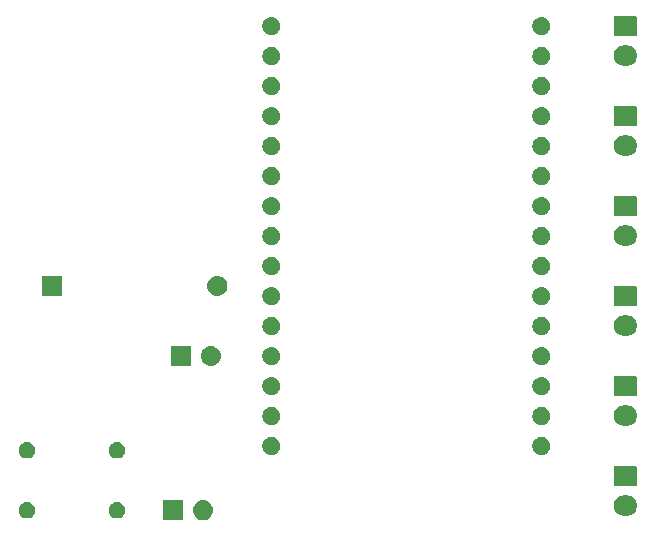
<source format=gbs>
G04 #@! TF.GenerationSoftware,KiCad,Pcbnew,5.0.2-bee76a0~70~ubuntu16.04.1*
G04 #@! TF.CreationDate,2020-01-11T18:35:07+00:00*
G04 #@! TF.ProjectId,transmitter,7472616e-736d-4697-9474-65722e6b6963,2.0.0*
G04 #@! TF.SameCoordinates,Original*
G04 #@! TF.FileFunction,Soldermask,Bot*
G04 #@! TF.FilePolarity,Negative*
%FSLAX46Y46*%
G04 Gerber Fmt 4.6, Leading zero omitted, Abs format (unit mm)*
G04 Created by KiCad (PCBNEW 5.0.2-bee76a0~70~ubuntu16.04.1) date Sat 11 Jan 2020 18:35:07 GMT*
%MOMM*%
%LPD*%
G01*
G04 APERTURE LIST*
%ADD10C,0.500000*%
G04 APERTURE END LIST*
D10*
G36*
X131576630Y-108107299D02*
X131736855Y-108155903D01*
X131884520Y-108234831D01*
X132013949Y-108341051D01*
X132120169Y-108470480D01*
X132199097Y-108618145D01*
X132247701Y-108778370D01*
X132264112Y-108945000D01*
X132247701Y-109111630D01*
X132199097Y-109271855D01*
X132120169Y-109419520D01*
X132013949Y-109548949D01*
X131884520Y-109655169D01*
X131736855Y-109734097D01*
X131576630Y-109782701D01*
X131451752Y-109795000D01*
X131368248Y-109795000D01*
X131243370Y-109782701D01*
X131083145Y-109734097D01*
X130935480Y-109655169D01*
X130806051Y-109548949D01*
X130699831Y-109419520D01*
X130620903Y-109271855D01*
X130572299Y-109111630D01*
X130555888Y-108945000D01*
X130572299Y-108778370D01*
X130620903Y-108618145D01*
X130699831Y-108470480D01*
X130806051Y-108341051D01*
X130935480Y-108234831D01*
X131083145Y-108155903D01*
X131243370Y-108107299D01*
X131368248Y-108095000D01*
X131451752Y-108095000D01*
X131576630Y-108107299D01*
X131576630Y-108107299D01*
G37*
G36*
X129720000Y-109795000D02*
X128020000Y-109795000D01*
X128020000Y-108095000D01*
X129720000Y-108095000D01*
X129720000Y-109795000D01*
X129720000Y-109795000D01*
G37*
G36*
X116703745Y-108273342D02*
X116830863Y-108325996D01*
X116945271Y-108402441D01*
X117042559Y-108499729D01*
X117119004Y-108614137D01*
X117171658Y-108741255D01*
X117198500Y-108876202D01*
X117198500Y-109013798D01*
X117171658Y-109148745D01*
X117119004Y-109275863D01*
X117042559Y-109390271D01*
X116945271Y-109487559D01*
X116830863Y-109564004D01*
X116703745Y-109616658D01*
X116568798Y-109643500D01*
X116431202Y-109643500D01*
X116296255Y-109616658D01*
X116169137Y-109564004D01*
X116054729Y-109487559D01*
X115957441Y-109390271D01*
X115880996Y-109275863D01*
X115828342Y-109148745D01*
X115801500Y-109013798D01*
X115801500Y-108876202D01*
X115828342Y-108741255D01*
X115880996Y-108614137D01*
X115957441Y-108499729D01*
X116054729Y-108402441D01*
X116169137Y-108325996D01*
X116296255Y-108273342D01*
X116431202Y-108246500D01*
X116568798Y-108246500D01*
X116703745Y-108273342D01*
X116703745Y-108273342D01*
G37*
G36*
X124323745Y-108273342D02*
X124450863Y-108325996D01*
X124565271Y-108402441D01*
X124662559Y-108499729D01*
X124739004Y-108614137D01*
X124791658Y-108741255D01*
X124818500Y-108876202D01*
X124818500Y-109013798D01*
X124791658Y-109148745D01*
X124739004Y-109275863D01*
X124662559Y-109390271D01*
X124565271Y-109487559D01*
X124450863Y-109564004D01*
X124323745Y-109616658D01*
X124188798Y-109643500D01*
X124051202Y-109643500D01*
X123916255Y-109616658D01*
X123789137Y-109564004D01*
X123674729Y-109487559D01*
X123577441Y-109390271D01*
X123500996Y-109275863D01*
X123448342Y-109148745D01*
X123421500Y-109013798D01*
X123421500Y-108876202D01*
X123448342Y-108741255D01*
X123500996Y-108614137D01*
X123577441Y-108499729D01*
X123674729Y-108402441D01*
X123789137Y-108325996D01*
X123916255Y-108273342D01*
X124051202Y-108246500D01*
X124188798Y-108246500D01*
X124323745Y-108273342D01*
X124323745Y-108273342D01*
G37*
G36*
X167496630Y-107707299D02*
X167656855Y-107755903D01*
X167804520Y-107834831D01*
X167933949Y-107941051D01*
X168040169Y-108070480D01*
X168119097Y-108218145D01*
X168167701Y-108378370D01*
X168184112Y-108545000D01*
X168167701Y-108711630D01*
X168119097Y-108871855D01*
X168040169Y-109019520D01*
X167933949Y-109148949D01*
X167804520Y-109255169D01*
X167656855Y-109334097D01*
X167496630Y-109382701D01*
X167371752Y-109395000D01*
X166988248Y-109395000D01*
X166863370Y-109382701D01*
X166703145Y-109334097D01*
X166555480Y-109255169D01*
X166426051Y-109148949D01*
X166319831Y-109019520D01*
X166240903Y-108871855D01*
X166192299Y-108711630D01*
X166175888Y-108545000D01*
X166192299Y-108378370D01*
X166240903Y-108218145D01*
X166319831Y-108070480D01*
X166426051Y-107941051D01*
X166555480Y-107834831D01*
X166703145Y-107755903D01*
X166863370Y-107707299D01*
X166988248Y-107695000D01*
X167371752Y-107695000D01*
X167496630Y-107707299D01*
X167496630Y-107707299D01*
G37*
G36*
X168049675Y-105198701D02*
X168079907Y-105207872D01*
X168107769Y-105222765D01*
X168132192Y-105242808D01*
X168152235Y-105267231D01*
X168167128Y-105295093D01*
X168176299Y-105325325D01*
X168180000Y-105362905D01*
X168180000Y-106727095D01*
X168176299Y-106764675D01*
X168167128Y-106794907D01*
X168152235Y-106822769D01*
X168132192Y-106847192D01*
X168107769Y-106867235D01*
X168079907Y-106882128D01*
X168049675Y-106891299D01*
X168012095Y-106895000D01*
X166347905Y-106895000D01*
X166310325Y-106891299D01*
X166280093Y-106882128D01*
X166252231Y-106867235D01*
X166227808Y-106847192D01*
X166207765Y-106822769D01*
X166192872Y-106794907D01*
X166183701Y-106764675D01*
X166180000Y-106727095D01*
X166180000Y-105362905D01*
X166183701Y-105325325D01*
X166192872Y-105295093D01*
X166207765Y-105267231D01*
X166227808Y-105242808D01*
X166252231Y-105222765D01*
X166280093Y-105207872D01*
X166310325Y-105198701D01*
X166347905Y-105195000D01*
X168012095Y-105195000D01*
X168049675Y-105198701D01*
X168049675Y-105198701D01*
G37*
G36*
X116703745Y-103193342D02*
X116830863Y-103245996D01*
X116945271Y-103322441D01*
X117042559Y-103419729D01*
X117119004Y-103534137D01*
X117171658Y-103661255D01*
X117198500Y-103796202D01*
X117198500Y-103933798D01*
X117171658Y-104068745D01*
X117119004Y-104195863D01*
X117042559Y-104310271D01*
X116945271Y-104407559D01*
X116830863Y-104484004D01*
X116703745Y-104536658D01*
X116568798Y-104563500D01*
X116431202Y-104563500D01*
X116296255Y-104536658D01*
X116169137Y-104484004D01*
X116054729Y-104407559D01*
X115957441Y-104310271D01*
X115880996Y-104195863D01*
X115828342Y-104068745D01*
X115801500Y-103933798D01*
X115801500Y-103796202D01*
X115828342Y-103661255D01*
X115880996Y-103534137D01*
X115957441Y-103419729D01*
X116054729Y-103322441D01*
X116169137Y-103245996D01*
X116296255Y-103193342D01*
X116431202Y-103166500D01*
X116568798Y-103166500D01*
X116703745Y-103193342D01*
X116703745Y-103193342D01*
G37*
G36*
X124323745Y-103193342D02*
X124450863Y-103245996D01*
X124565271Y-103322441D01*
X124662559Y-103419729D01*
X124739004Y-103534137D01*
X124791658Y-103661255D01*
X124818500Y-103796202D01*
X124818500Y-103933798D01*
X124791658Y-104068745D01*
X124739004Y-104195863D01*
X124662559Y-104310271D01*
X124565271Y-104407559D01*
X124450863Y-104484004D01*
X124323745Y-104536658D01*
X124188798Y-104563500D01*
X124051202Y-104563500D01*
X123916255Y-104536658D01*
X123789137Y-104484004D01*
X123674729Y-104407559D01*
X123577441Y-104310271D01*
X123500996Y-104195863D01*
X123448342Y-104068745D01*
X123421500Y-103933798D01*
X123421500Y-103796202D01*
X123448342Y-103661255D01*
X123500996Y-103534137D01*
X123577441Y-103419729D01*
X123674729Y-103322441D01*
X123789137Y-103245996D01*
X123916255Y-103193342D01*
X124051202Y-103166500D01*
X124188798Y-103166500D01*
X124323745Y-103193342D01*
X124323745Y-103193342D01*
G37*
G36*
X137373195Y-102762522D02*
X137422267Y-102772283D01*
X137560942Y-102829724D01*
X137685750Y-102913118D01*
X137791882Y-103019250D01*
X137875276Y-103144058D01*
X137932717Y-103282734D01*
X137962000Y-103429948D01*
X137962000Y-103580052D01*
X137932717Y-103727266D01*
X137875276Y-103865942D01*
X137791882Y-103990750D01*
X137685750Y-104096882D01*
X137685747Y-104096884D01*
X137560942Y-104180276D01*
X137422267Y-104237717D01*
X137373195Y-104247478D01*
X137275052Y-104267000D01*
X137124948Y-104267000D01*
X137026805Y-104247478D01*
X136977733Y-104237717D01*
X136839058Y-104180276D01*
X136714253Y-104096884D01*
X136714250Y-104096882D01*
X136608118Y-103990750D01*
X136524724Y-103865942D01*
X136467283Y-103727266D01*
X136438000Y-103580052D01*
X136438000Y-103429948D01*
X136467283Y-103282734D01*
X136524724Y-103144058D01*
X136608118Y-103019250D01*
X136714250Y-102913118D01*
X136839058Y-102829724D01*
X136977733Y-102772283D01*
X137026805Y-102762522D01*
X137124948Y-102743000D01*
X137275052Y-102743000D01*
X137373195Y-102762522D01*
X137373195Y-102762522D01*
G37*
G36*
X160233195Y-102762522D02*
X160282267Y-102772283D01*
X160420942Y-102829724D01*
X160545750Y-102913118D01*
X160651882Y-103019250D01*
X160735276Y-103144058D01*
X160792717Y-103282734D01*
X160822000Y-103429948D01*
X160822000Y-103580052D01*
X160792717Y-103727266D01*
X160735276Y-103865942D01*
X160651882Y-103990750D01*
X160545750Y-104096882D01*
X160545747Y-104096884D01*
X160420942Y-104180276D01*
X160282267Y-104237717D01*
X160233195Y-104247478D01*
X160135052Y-104267000D01*
X159984948Y-104267000D01*
X159886805Y-104247478D01*
X159837733Y-104237717D01*
X159699058Y-104180276D01*
X159574253Y-104096884D01*
X159574250Y-104096882D01*
X159468118Y-103990750D01*
X159384724Y-103865942D01*
X159327283Y-103727266D01*
X159298000Y-103580052D01*
X159298000Y-103429948D01*
X159327283Y-103282734D01*
X159384724Y-103144058D01*
X159468118Y-103019250D01*
X159574250Y-102913118D01*
X159699058Y-102829724D01*
X159837733Y-102772283D01*
X159886805Y-102762522D01*
X159984948Y-102743000D01*
X160135052Y-102743000D01*
X160233195Y-102762522D01*
X160233195Y-102762522D01*
G37*
G36*
X167496630Y-100087299D02*
X167656855Y-100135903D01*
X167804520Y-100214831D01*
X167933949Y-100321051D01*
X168040169Y-100450480D01*
X168119097Y-100598145D01*
X168167701Y-100758370D01*
X168184112Y-100925000D01*
X168167701Y-101091630D01*
X168119097Y-101251855D01*
X168040169Y-101399520D01*
X167933949Y-101528949D01*
X167804520Y-101635169D01*
X167656855Y-101714097D01*
X167496630Y-101762701D01*
X167371752Y-101775000D01*
X166988248Y-101775000D01*
X166863370Y-101762701D01*
X166703145Y-101714097D01*
X166555480Y-101635169D01*
X166426051Y-101528949D01*
X166319831Y-101399520D01*
X166240903Y-101251855D01*
X166192299Y-101091630D01*
X166175888Y-100925000D01*
X166192299Y-100758370D01*
X166240903Y-100598145D01*
X166319831Y-100450480D01*
X166426051Y-100321051D01*
X166555480Y-100214831D01*
X166703145Y-100135903D01*
X166863370Y-100087299D01*
X166988248Y-100075000D01*
X167371752Y-100075000D01*
X167496630Y-100087299D01*
X167496630Y-100087299D01*
G37*
G36*
X160233195Y-100222522D02*
X160282267Y-100232283D01*
X160420942Y-100289724D01*
X160545750Y-100373118D01*
X160651882Y-100479250D01*
X160651884Y-100479253D01*
X160735276Y-100604058D01*
X160792717Y-100742733D01*
X160802478Y-100791805D01*
X160822000Y-100889948D01*
X160822000Y-101040052D01*
X160792717Y-101187266D01*
X160735276Y-101325942D01*
X160651882Y-101450750D01*
X160545750Y-101556882D01*
X160545747Y-101556884D01*
X160420942Y-101640276D01*
X160282267Y-101697717D01*
X160233195Y-101707478D01*
X160135052Y-101727000D01*
X159984948Y-101727000D01*
X159886805Y-101707478D01*
X159837733Y-101697717D01*
X159699058Y-101640276D01*
X159574253Y-101556884D01*
X159574250Y-101556882D01*
X159468118Y-101450750D01*
X159384724Y-101325942D01*
X159327283Y-101187266D01*
X159298000Y-101040052D01*
X159298000Y-100889948D01*
X159317522Y-100791805D01*
X159327283Y-100742733D01*
X159384724Y-100604058D01*
X159468116Y-100479253D01*
X159468118Y-100479250D01*
X159574250Y-100373118D01*
X159699058Y-100289724D01*
X159837733Y-100232283D01*
X159886805Y-100222522D01*
X159984948Y-100203000D01*
X160135052Y-100203000D01*
X160233195Y-100222522D01*
X160233195Y-100222522D01*
G37*
G36*
X137373195Y-100222522D02*
X137422267Y-100232283D01*
X137560942Y-100289724D01*
X137685750Y-100373118D01*
X137791882Y-100479250D01*
X137791884Y-100479253D01*
X137875276Y-100604058D01*
X137932717Y-100742733D01*
X137942478Y-100791805D01*
X137962000Y-100889948D01*
X137962000Y-101040052D01*
X137932717Y-101187266D01*
X137875276Y-101325942D01*
X137791882Y-101450750D01*
X137685750Y-101556882D01*
X137685747Y-101556884D01*
X137560942Y-101640276D01*
X137422267Y-101697717D01*
X137373195Y-101707478D01*
X137275052Y-101727000D01*
X137124948Y-101727000D01*
X137026805Y-101707478D01*
X136977733Y-101697717D01*
X136839058Y-101640276D01*
X136714253Y-101556884D01*
X136714250Y-101556882D01*
X136608118Y-101450750D01*
X136524724Y-101325942D01*
X136467283Y-101187266D01*
X136438000Y-101040052D01*
X136438000Y-100889948D01*
X136457522Y-100791805D01*
X136467283Y-100742733D01*
X136524724Y-100604058D01*
X136608116Y-100479253D01*
X136608118Y-100479250D01*
X136714250Y-100373118D01*
X136839058Y-100289724D01*
X136977733Y-100232283D01*
X137026805Y-100222522D01*
X137124948Y-100203000D01*
X137275052Y-100203000D01*
X137373195Y-100222522D01*
X137373195Y-100222522D01*
G37*
G36*
X168049675Y-97578701D02*
X168079907Y-97587872D01*
X168107769Y-97602765D01*
X168132192Y-97622808D01*
X168152235Y-97647231D01*
X168167128Y-97675093D01*
X168176299Y-97705325D01*
X168180000Y-97742905D01*
X168180000Y-99107095D01*
X168176299Y-99144675D01*
X168167128Y-99174907D01*
X168152235Y-99202769D01*
X168132192Y-99227192D01*
X168107769Y-99247235D01*
X168079907Y-99262128D01*
X168049675Y-99271299D01*
X168012095Y-99275000D01*
X166347905Y-99275000D01*
X166310325Y-99271299D01*
X166280093Y-99262128D01*
X166252231Y-99247235D01*
X166227808Y-99227192D01*
X166207765Y-99202769D01*
X166192872Y-99174907D01*
X166183701Y-99144675D01*
X166180000Y-99107095D01*
X166180000Y-97742905D01*
X166183701Y-97705325D01*
X166192872Y-97675093D01*
X166207765Y-97647231D01*
X166227808Y-97622808D01*
X166252231Y-97602765D01*
X166280093Y-97587872D01*
X166310325Y-97578701D01*
X166347905Y-97575000D01*
X168012095Y-97575000D01*
X168049675Y-97578701D01*
X168049675Y-97578701D01*
G37*
G36*
X137373195Y-97682522D02*
X137422267Y-97692283D01*
X137511704Y-97729329D01*
X137560942Y-97749724D01*
X137685750Y-97833118D01*
X137791882Y-97939250D01*
X137875276Y-98064058D01*
X137932717Y-98202734D01*
X137962000Y-98349948D01*
X137962000Y-98500052D01*
X137932717Y-98647266D01*
X137875276Y-98785942D01*
X137791882Y-98910750D01*
X137685750Y-99016882D01*
X137685747Y-99016884D01*
X137560942Y-99100276D01*
X137422267Y-99157717D01*
X137373195Y-99167478D01*
X137275052Y-99187000D01*
X137124948Y-99187000D01*
X137026805Y-99167478D01*
X136977733Y-99157717D01*
X136839058Y-99100276D01*
X136714253Y-99016884D01*
X136714250Y-99016882D01*
X136608118Y-98910750D01*
X136524724Y-98785942D01*
X136467283Y-98647266D01*
X136438000Y-98500052D01*
X136438000Y-98349948D01*
X136467283Y-98202734D01*
X136524724Y-98064058D01*
X136608118Y-97939250D01*
X136714250Y-97833118D01*
X136839058Y-97749724D01*
X136888296Y-97729329D01*
X136977733Y-97692283D01*
X137026805Y-97682522D01*
X137124948Y-97663000D01*
X137275052Y-97663000D01*
X137373195Y-97682522D01*
X137373195Y-97682522D01*
G37*
G36*
X160233195Y-97682522D02*
X160282267Y-97692283D01*
X160371704Y-97729329D01*
X160420942Y-97749724D01*
X160545750Y-97833118D01*
X160651882Y-97939250D01*
X160735276Y-98064058D01*
X160792717Y-98202734D01*
X160822000Y-98349948D01*
X160822000Y-98500052D01*
X160792717Y-98647266D01*
X160735276Y-98785942D01*
X160651882Y-98910750D01*
X160545750Y-99016882D01*
X160545747Y-99016884D01*
X160420942Y-99100276D01*
X160282267Y-99157717D01*
X160233195Y-99167478D01*
X160135052Y-99187000D01*
X159984948Y-99187000D01*
X159886805Y-99167478D01*
X159837733Y-99157717D01*
X159699058Y-99100276D01*
X159574253Y-99016884D01*
X159574250Y-99016882D01*
X159468118Y-98910750D01*
X159384724Y-98785942D01*
X159327283Y-98647266D01*
X159298000Y-98500052D01*
X159298000Y-98349948D01*
X159327283Y-98202734D01*
X159384724Y-98064058D01*
X159468118Y-97939250D01*
X159574250Y-97833118D01*
X159699058Y-97749724D01*
X159748296Y-97729329D01*
X159837733Y-97692283D01*
X159886805Y-97682522D01*
X159984948Y-97663000D01*
X160135052Y-97663000D01*
X160233195Y-97682522D01*
X160233195Y-97682522D01*
G37*
G36*
X130390000Y-96735000D02*
X128690000Y-96735000D01*
X128690000Y-95035000D01*
X130390000Y-95035000D01*
X130390000Y-96735000D01*
X130390000Y-96735000D01*
G37*
G36*
X132246630Y-95047299D02*
X132406855Y-95095903D01*
X132554520Y-95174831D01*
X132683949Y-95281051D01*
X132790169Y-95410480D01*
X132869097Y-95558145D01*
X132917701Y-95718370D01*
X132934112Y-95885000D01*
X132917701Y-96051630D01*
X132869097Y-96211855D01*
X132790169Y-96359520D01*
X132683949Y-96488949D01*
X132554520Y-96595169D01*
X132406855Y-96674097D01*
X132246630Y-96722701D01*
X132121752Y-96735000D01*
X132038248Y-96735000D01*
X131913370Y-96722701D01*
X131753145Y-96674097D01*
X131605480Y-96595169D01*
X131476051Y-96488949D01*
X131369831Y-96359520D01*
X131290903Y-96211855D01*
X131242299Y-96051630D01*
X131225888Y-95885000D01*
X131242299Y-95718370D01*
X131290903Y-95558145D01*
X131369831Y-95410480D01*
X131476051Y-95281051D01*
X131605480Y-95174831D01*
X131753145Y-95095903D01*
X131913370Y-95047299D01*
X132038248Y-95035000D01*
X132121752Y-95035000D01*
X132246630Y-95047299D01*
X132246630Y-95047299D01*
G37*
G36*
X160233195Y-95142522D02*
X160282267Y-95152283D01*
X160336705Y-95174832D01*
X160420942Y-95209724D01*
X160545750Y-95293118D01*
X160651882Y-95399250D01*
X160735276Y-95524058D01*
X160792717Y-95662734D01*
X160822000Y-95809948D01*
X160822000Y-95960052D01*
X160792717Y-96107266D01*
X160735276Y-96245942D01*
X160651882Y-96370750D01*
X160545750Y-96476882D01*
X160545747Y-96476884D01*
X160420942Y-96560276D01*
X160282267Y-96617717D01*
X160233195Y-96627478D01*
X160135052Y-96647000D01*
X159984948Y-96647000D01*
X159886805Y-96627478D01*
X159837733Y-96617717D01*
X159699058Y-96560276D01*
X159574253Y-96476884D01*
X159574250Y-96476882D01*
X159468118Y-96370750D01*
X159384724Y-96245942D01*
X159327283Y-96107266D01*
X159298000Y-95960052D01*
X159298000Y-95809948D01*
X159327283Y-95662734D01*
X159384724Y-95524058D01*
X159468118Y-95399250D01*
X159574250Y-95293118D01*
X159699058Y-95209724D01*
X159783295Y-95174832D01*
X159837733Y-95152283D01*
X159886805Y-95142522D01*
X159984948Y-95123000D01*
X160135052Y-95123000D01*
X160233195Y-95142522D01*
X160233195Y-95142522D01*
G37*
G36*
X137373195Y-95142522D02*
X137422267Y-95152283D01*
X137476705Y-95174832D01*
X137560942Y-95209724D01*
X137685750Y-95293118D01*
X137791882Y-95399250D01*
X137875276Y-95524058D01*
X137932717Y-95662734D01*
X137962000Y-95809948D01*
X137962000Y-95960052D01*
X137932717Y-96107266D01*
X137875276Y-96245942D01*
X137791882Y-96370750D01*
X137685750Y-96476882D01*
X137685747Y-96476884D01*
X137560942Y-96560276D01*
X137422267Y-96617717D01*
X137373195Y-96627478D01*
X137275052Y-96647000D01*
X137124948Y-96647000D01*
X137026805Y-96627478D01*
X136977733Y-96617717D01*
X136839058Y-96560276D01*
X136714253Y-96476884D01*
X136714250Y-96476882D01*
X136608118Y-96370750D01*
X136524724Y-96245942D01*
X136467283Y-96107266D01*
X136438000Y-95960052D01*
X136438000Y-95809948D01*
X136467283Y-95662734D01*
X136524724Y-95524058D01*
X136608118Y-95399250D01*
X136714250Y-95293118D01*
X136839058Y-95209724D01*
X136923295Y-95174832D01*
X136977733Y-95152283D01*
X137026805Y-95142522D01*
X137124948Y-95123000D01*
X137275052Y-95123000D01*
X137373195Y-95142522D01*
X137373195Y-95142522D01*
G37*
G36*
X167496630Y-92467299D02*
X167656855Y-92515903D01*
X167804520Y-92594831D01*
X167933949Y-92701051D01*
X168040169Y-92830480D01*
X168119097Y-92978145D01*
X168167701Y-93138370D01*
X168184112Y-93305000D01*
X168167701Y-93471630D01*
X168119097Y-93631855D01*
X168040169Y-93779520D01*
X167933949Y-93908949D01*
X167804520Y-94015169D01*
X167656855Y-94094097D01*
X167496630Y-94142701D01*
X167371752Y-94155000D01*
X166988248Y-94155000D01*
X166863370Y-94142701D01*
X166703145Y-94094097D01*
X166555480Y-94015169D01*
X166426051Y-93908949D01*
X166319831Y-93779520D01*
X166240903Y-93631855D01*
X166192299Y-93471630D01*
X166175888Y-93305000D01*
X166192299Y-93138370D01*
X166240903Y-92978145D01*
X166319831Y-92830480D01*
X166426051Y-92701051D01*
X166555480Y-92594831D01*
X166703145Y-92515903D01*
X166863370Y-92467299D01*
X166988248Y-92455000D01*
X167371752Y-92455000D01*
X167496630Y-92467299D01*
X167496630Y-92467299D01*
G37*
G36*
X137373195Y-92602522D02*
X137422267Y-92612283D01*
X137560942Y-92669724D01*
X137685750Y-92753118D01*
X137791882Y-92859250D01*
X137791884Y-92859253D01*
X137875276Y-92984058D01*
X137932717Y-93122733D01*
X137942478Y-93171805D01*
X137962000Y-93269948D01*
X137962000Y-93420052D01*
X137932717Y-93567266D01*
X137875276Y-93705942D01*
X137791882Y-93830750D01*
X137685750Y-93936882D01*
X137685747Y-93936884D01*
X137560942Y-94020276D01*
X137422267Y-94077717D01*
X137373195Y-94087478D01*
X137275052Y-94107000D01*
X137124948Y-94107000D01*
X137026805Y-94087478D01*
X136977733Y-94077717D01*
X136839058Y-94020276D01*
X136714253Y-93936884D01*
X136714250Y-93936882D01*
X136608118Y-93830750D01*
X136524724Y-93705942D01*
X136467283Y-93567266D01*
X136438000Y-93420052D01*
X136438000Y-93269948D01*
X136457522Y-93171805D01*
X136467283Y-93122733D01*
X136524724Y-92984058D01*
X136608116Y-92859253D01*
X136608118Y-92859250D01*
X136714250Y-92753118D01*
X136839058Y-92669724D01*
X136977733Y-92612283D01*
X137026805Y-92602522D01*
X137124948Y-92583000D01*
X137275052Y-92583000D01*
X137373195Y-92602522D01*
X137373195Y-92602522D01*
G37*
G36*
X160233195Y-92602522D02*
X160282267Y-92612283D01*
X160420942Y-92669724D01*
X160545750Y-92753118D01*
X160651882Y-92859250D01*
X160651884Y-92859253D01*
X160735276Y-92984058D01*
X160792717Y-93122733D01*
X160802478Y-93171805D01*
X160822000Y-93269948D01*
X160822000Y-93420052D01*
X160792717Y-93567266D01*
X160735276Y-93705942D01*
X160651882Y-93830750D01*
X160545750Y-93936882D01*
X160545747Y-93936884D01*
X160420942Y-94020276D01*
X160282267Y-94077717D01*
X160233195Y-94087478D01*
X160135052Y-94107000D01*
X159984948Y-94107000D01*
X159886805Y-94087478D01*
X159837733Y-94077717D01*
X159699058Y-94020276D01*
X159574253Y-93936884D01*
X159574250Y-93936882D01*
X159468118Y-93830750D01*
X159384724Y-93705942D01*
X159327283Y-93567266D01*
X159298000Y-93420052D01*
X159298000Y-93269948D01*
X159317522Y-93171805D01*
X159327283Y-93122733D01*
X159384724Y-92984058D01*
X159468116Y-92859253D01*
X159468118Y-92859250D01*
X159574250Y-92753118D01*
X159699058Y-92669724D01*
X159837733Y-92612283D01*
X159886805Y-92602522D01*
X159984948Y-92583000D01*
X160135052Y-92583000D01*
X160233195Y-92602522D01*
X160233195Y-92602522D01*
G37*
G36*
X168049675Y-89958701D02*
X168079907Y-89967872D01*
X168107769Y-89982765D01*
X168132192Y-90002808D01*
X168152235Y-90027231D01*
X168167128Y-90055093D01*
X168176299Y-90085325D01*
X168180000Y-90122905D01*
X168180000Y-91487095D01*
X168176299Y-91524675D01*
X168167128Y-91554907D01*
X168152235Y-91582769D01*
X168132192Y-91607192D01*
X168107769Y-91627235D01*
X168079907Y-91642128D01*
X168049675Y-91651299D01*
X168012095Y-91655000D01*
X166347905Y-91655000D01*
X166310325Y-91651299D01*
X166280093Y-91642128D01*
X166252231Y-91627235D01*
X166227808Y-91607192D01*
X166207765Y-91582769D01*
X166192872Y-91554907D01*
X166183701Y-91524675D01*
X166180000Y-91487095D01*
X166180000Y-90122905D01*
X166183701Y-90085325D01*
X166192872Y-90055093D01*
X166207765Y-90027231D01*
X166227808Y-90002808D01*
X166252231Y-89982765D01*
X166280093Y-89967872D01*
X166310325Y-89958701D01*
X166347905Y-89955000D01*
X168012095Y-89955000D01*
X168049675Y-89958701D01*
X168049675Y-89958701D01*
G37*
G36*
X160233195Y-90062522D02*
X160282267Y-90072283D01*
X160377259Y-90111630D01*
X160420942Y-90129724D01*
X160545750Y-90213118D01*
X160651882Y-90319250D01*
X160651884Y-90319253D01*
X160735276Y-90444058D01*
X160778723Y-90548948D01*
X160792717Y-90582734D01*
X160822000Y-90729948D01*
X160822000Y-90880052D01*
X160792717Y-91027266D01*
X160735276Y-91165942D01*
X160651882Y-91290750D01*
X160545750Y-91396882D01*
X160545747Y-91396884D01*
X160420942Y-91480276D01*
X160282267Y-91537717D01*
X160233195Y-91547478D01*
X160135052Y-91567000D01*
X159984948Y-91567000D01*
X159886805Y-91547478D01*
X159837733Y-91537717D01*
X159699058Y-91480276D01*
X159574253Y-91396884D01*
X159574250Y-91396882D01*
X159468118Y-91290750D01*
X159384724Y-91165942D01*
X159327283Y-91027266D01*
X159298000Y-90880052D01*
X159298000Y-90729948D01*
X159327283Y-90582734D01*
X159341278Y-90548948D01*
X159384724Y-90444058D01*
X159468116Y-90319253D01*
X159468118Y-90319250D01*
X159574250Y-90213118D01*
X159699058Y-90129724D01*
X159742741Y-90111630D01*
X159837733Y-90072283D01*
X159886805Y-90062522D01*
X159984948Y-90043000D01*
X160135052Y-90043000D01*
X160233195Y-90062522D01*
X160233195Y-90062522D01*
G37*
G36*
X137373195Y-90062522D02*
X137422267Y-90072283D01*
X137517259Y-90111630D01*
X137560942Y-90129724D01*
X137685750Y-90213118D01*
X137791882Y-90319250D01*
X137791884Y-90319253D01*
X137875276Y-90444058D01*
X137918723Y-90548948D01*
X137932717Y-90582734D01*
X137962000Y-90729948D01*
X137962000Y-90880052D01*
X137932717Y-91027266D01*
X137875276Y-91165942D01*
X137791882Y-91290750D01*
X137685750Y-91396882D01*
X137685747Y-91396884D01*
X137560942Y-91480276D01*
X137422267Y-91537717D01*
X137373195Y-91547478D01*
X137275052Y-91567000D01*
X137124948Y-91567000D01*
X137026805Y-91547478D01*
X136977733Y-91537717D01*
X136839058Y-91480276D01*
X136714253Y-91396884D01*
X136714250Y-91396882D01*
X136608118Y-91290750D01*
X136524724Y-91165942D01*
X136467283Y-91027266D01*
X136438000Y-90880052D01*
X136438000Y-90729948D01*
X136467283Y-90582734D01*
X136481278Y-90548948D01*
X136524724Y-90444058D01*
X136608116Y-90319253D01*
X136608118Y-90319250D01*
X136714250Y-90213118D01*
X136839058Y-90129724D01*
X136882741Y-90111630D01*
X136977733Y-90072283D01*
X137026805Y-90062522D01*
X137124948Y-90043000D01*
X137275052Y-90043000D01*
X137373195Y-90062522D01*
X137373195Y-90062522D01*
G37*
G36*
X119470000Y-90795000D02*
X117770000Y-90795000D01*
X117770000Y-89095000D01*
X119470000Y-89095000D01*
X119470000Y-90795000D01*
X119470000Y-90795000D01*
G37*
G36*
X132786630Y-89107299D02*
X132946855Y-89155903D01*
X133094520Y-89234831D01*
X133223949Y-89341051D01*
X133330169Y-89470480D01*
X133409097Y-89618145D01*
X133457701Y-89778370D01*
X133474112Y-89945000D01*
X133457701Y-90111630D01*
X133409097Y-90271855D01*
X133330169Y-90419520D01*
X133223949Y-90548949D01*
X133094520Y-90655169D01*
X132946855Y-90734097D01*
X132786630Y-90782701D01*
X132661752Y-90795000D01*
X132578248Y-90795000D01*
X132453370Y-90782701D01*
X132293145Y-90734097D01*
X132145480Y-90655169D01*
X132016051Y-90548949D01*
X131909831Y-90419520D01*
X131830903Y-90271855D01*
X131782299Y-90111630D01*
X131765888Y-89945000D01*
X131782299Y-89778370D01*
X131830903Y-89618145D01*
X131909831Y-89470480D01*
X132016051Y-89341051D01*
X132145480Y-89234831D01*
X132293145Y-89155903D01*
X132453370Y-89107299D01*
X132578248Y-89095000D01*
X132661752Y-89095000D01*
X132786630Y-89107299D01*
X132786630Y-89107299D01*
G37*
G36*
X160233195Y-87522522D02*
X160282267Y-87532283D01*
X160420942Y-87589724D01*
X160545750Y-87673118D01*
X160651882Y-87779250D01*
X160735276Y-87904058D01*
X160792717Y-88042734D01*
X160822000Y-88189948D01*
X160822000Y-88340052D01*
X160792717Y-88487266D01*
X160735276Y-88625942D01*
X160651882Y-88750750D01*
X160545750Y-88856882D01*
X160545747Y-88856884D01*
X160420942Y-88940276D01*
X160282267Y-88997717D01*
X160233195Y-89007478D01*
X160135052Y-89027000D01*
X159984948Y-89027000D01*
X159886805Y-89007478D01*
X159837733Y-88997717D01*
X159699058Y-88940276D01*
X159574253Y-88856884D01*
X159574250Y-88856882D01*
X159468118Y-88750750D01*
X159384724Y-88625942D01*
X159327283Y-88487266D01*
X159298000Y-88340052D01*
X159298000Y-88189948D01*
X159327283Y-88042734D01*
X159384724Y-87904058D01*
X159468118Y-87779250D01*
X159574250Y-87673118D01*
X159699058Y-87589724D01*
X159837733Y-87532283D01*
X159886805Y-87522522D01*
X159984948Y-87503000D01*
X160135052Y-87503000D01*
X160233195Y-87522522D01*
X160233195Y-87522522D01*
G37*
G36*
X137373195Y-87522522D02*
X137422267Y-87532283D01*
X137560942Y-87589724D01*
X137685750Y-87673118D01*
X137791882Y-87779250D01*
X137875276Y-87904058D01*
X137932717Y-88042734D01*
X137962000Y-88189948D01*
X137962000Y-88340052D01*
X137932717Y-88487266D01*
X137875276Y-88625942D01*
X137791882Y-88750750D01*
X137685750Y-88856882D01*
X137685747Y-88856884D01*
X137560942Y-88940276D01*
X137422267Y-88997717D01*
X137373195Y-89007478D01*
X137275052Y-89027000D01*
X137124948Y-89027000D01*
X137026805Y-89007478D01*
X136977733Y-88997717D01*
X136839058Y-88940276D01*
X136714253Y-88856884D01*
X136714250Y-88856882D01*
X136608118Y-88750750D01*
X136524724Y-88625942D01*
X136467283Y-88487266D01*
X136438000Y-88340052D01*
X136438000Y-88189948D01*
X136467283Y-88042734D01*
X136524724Y-87904058D01*
X136608118Y-87779250D01*
X136714250Y-87673118D01*
X136839058Y-87589724D01*
X136977733Y-87532283D01*
X137026805Y-87522522D01*
X137124948Y-87503000D01*
X137275052Y-87503000D01*
X137373195Y-87522522D01*
X137373195Y-87522522D01*
G37*
G36*
X167496630Y-84847299D02*
X167656855Y-84895903D01*
X167804520Y-84974831D01*
X167933949Y-85081051D01*
X168040169Y-85210480D01*
X168119097Y-85358145D01*
X168167701Y-85518370D01*
X168184112Y-85685000D01*
X168167701Y-85851630D01*
X168119097Y-86011855D01*
X168040169Y-86159520D01*
X167933949Y-86288949D01*
X167804520Y-86395169D01*
X167656855Y-86474097D01*
X167496630Y-86522701D01*
X167371752Y-86535000D01*
X166988248Y-86535000D01*
X166863370Y-86522701D01*
X166703145Y-86474097D01*
X166555480Y-86395169D01*
X166426051Y-86288949D01*
X166319831Y-86159520D01*
X166240903Y-86011855D01*
X166192299Y-85851630D01*
X166175888Y-85685000D01*
X166192299Y-85518370D01*
X166240903Y-85358145D01*
X166319831Y-85210480D01*
X166426051Y-85081051D01*
X166555480Y-84974831D01*
X166703145Y-84895903D01*
X166863370Y-84847299D01*
X166988248Y-84835000D01*
X167371752Y-84835000D01*
X167496630Y-84847299D01*
X167496630Y-84847299D01*
G37*
G36*
X137373195Y-84982522D02*
X137422267Y-84992283D01*
X137560942Y-85049724D01*
X137685750Y-85133118D01*
X137791882Y-85239250D01*
X137791884Y-85239253D01*
X137875276Y-85364058D01*
X137932717Y-85502733D01*
X137942478Y-85551805D01*
X137962000Y-85649948D01*
X137962000Y-85800052D01*
X137932717Y-85947266D01*
X137875276Y-86085942D01*
X137791882Y-86210750D01*
X137685750Y-86316882D01*
X137685747Y-86316884D01*
X137560942Y-86400276D01*
X137422267Y-86457717D01*
X137373195Y-86467478D01*
X137275052Y-86487000D01*
X137124948Y-86487000D01*
X137026805Y-86467478D01*
X136977733Y-86457717D01*
X136839058Y-86400276D01*
X136714253Y-86316884D01*
X136714250Y-86316882D01*
X136608118Y-86210750D01*
X136524724Y-86085942D01*
X136467283Y-85947266D01*
X136438000Y-85800052D01*
X136438000Y-85649948D01*
X136457522Y-85551805D01*
X136467283Y-85502733D01*
X136524724Y-85364058D01*
X136608116Y-85239253D01*
X136608118Y-85239250D01*
X136714250Y-85133118D01*
X136839058Y-85049724D01*
X136977733Y-84992283D01*
X137026805Y-84982522D01*
X137124948Y-84963000D01*
X137275052Y-84963000D01*
X137373195Y-84982522D01*
X137373195Y-84982522D01*
G37*
G36*
X160233195Y-84982522D02*
X160282267Y-84992283D01*
X160420942Y-85049724D01*
X160545750Y-85133118D01*
X160651882Y-85239250D01*
X160651884Y-85239253D01*
X160735276Y-85364058D01*
X160792717Y-85502733D01*
X160802478Y-85551805D01*
X160822000Y-85649948D01*
X160822000Y-85800052D01*
X160792717Y-85947266D01*
X160735276Y-86085942D01*
X160651882Y-86210750D01*
X160545750Y-86316882D01*
X160545747Y-86316884D01*
X160420942Y-86400276D01*
X160282267Y-86457717D01*
X160233195Y-86467478D01*
X160135052Y-86487000D01*
X159984948Y-86487000D01*
X159886805Y-86467478D01*
X159837733Y-86457717D01*
X159699058Y-86400276D01*
X159574253Y-86316884D01*
X159574250Y-86316882D01*
X159468118Y-86210750D01*
X159384724Y-86085942D01*
X159327283Y-85947266D01*
X159298000Y-85800052D01*
X159298000Y-85649948D01*
X159317522Y-85551805D01*
X159327283Y-85502733D01*
X159384724Y-85364058D01*
X159468116Y-85239253D01*
X159468118Y-85239250D01*
X159574250Y-85133118D01*
X159699058Y-85049724D01*
X159837733Y-84992283D01*
X159886805Y-84982522D01*
X159984948Y-84963000D01*
X160135052Y-84963000D01*
X160233195Y-84982522D01*
X160233195Y-84982522D01*
G37*
G36*
X168049675Y-82338701D02*
X168079907Y-82347872D01*
X168107769Y-82362765D01*
X168132192Y-82382808D01*
X168152235Y-82407231D01*
X168167128Y-82435093D01*
X168176299Y-82465325D01*
X168180000Y-82502905D01*
X168180000Y-83867095D01*
X168176299Y-83904675D01*
X168167128Y-83934907D01*
X168152235Y-83962769D01*
X168132192Y-83987192D01*
X168107769Y-84007235D01*
X168079907Y-84022128D01*
X168049675Y-84031299D01*
X168012095Y-84035000D01*
X166347905Y-84035000D01*
X166310325Y-84031299D01*
X166280093Y-84022128D01*
X166252231Y-84007235D01*
X166227808Y-83987192D01*
X166207765Y-83962769D01*
X166192872Y-83934907D01*
X166183701Y-83904675D01*
X166180000Y-83867095D01*
X166180000Y-82502905D01*
X166183701Y-82465325D01*
X166192872Y-82435093D01*
X166207765Y-82407231D01*
X166227808Y-82382808D01*
X166252231Y-82362765D01*
X166280093Y-82347872D01*
X166310325Y-82338701D01*
X166347905Y-82335000D01*
X168012095Y-82335000D01*
X168049675Y-82338701D01*
X168049675Y-82338701D01*
G37*
G36*
X137373195Y-82442522D02*
X137422267Y-82452283D01*
X137511704Y-82489329D01*
X137560942Y-82509724D01*
X137685750Y-82593118D01*
X137791882Y-82699250D01*
X137875276Y-82824058D01*
X137932717Y-82962734D01*
X137962000Y-83109948D01*
X137962000Y-83260052D01*
X137932717Y-83407266D01*
X137875276Y-83545942D01*
X137791882Y-83670750D01*
X137685750Y-83776882D01*
X137685747Y-83776884D01*
X137560942Y-83860276D01*
X137422267Y-83917717D01*
X137373195Y-83927478D01*
X137275052Y-83947000D01*
X137124948Y-83947000D01*
X137026805Y-83927478D01*
X136977733Y-83917717D01*
X136839058Y-83860276D01*
X136714253Y-83776884D01*
X136714250Y-83776882D01*
X136608118Y-83670750D01*
X136524724Y-83545942D01*
X136467283Y-83407266D01*
X136438000Y-83260052D01*
X136438000Y-83109948D01*
X136467283Y-82962734D01*
X136524724Y-82824058D01*
X136608118Y-82699250D01*
X136714250Y-82593118D01*
X136839058Y-82509724D01*
X136888296Y-82489329D01*
X136977733Y-82452283D01*
X137026805Y-82442522D01*
X137124948Y-82423000D01*
X137275052Y-82423000D01*
X137373195Y-82442522D01*
X137373195Y-82442522D01*
G37*
G36*
X160233195Y-82442522D02*
X160282267Y-82452283D01*
X160371704Y-82489329D01*
X160420942Y-82509724D01*
X160545750Y-82593118D01*
X160651882Y-82699250D01*
X160735276Y-82824058D01*
X160792717Y-82962734D01*
X160822000Y-83109948D01*
X160822000Y-83260052D01*
X160792717Y-83407266D01*
X160735276Y-83545942D01*
X160651882Y-83670750D01*
X160545750Y-83776882D01*
X160545747Y-83776884D01*
X160420942Y-83860276D01*
X160282267Y-83917717D01*
X160233195Y-83927478D01*
X160135052Y-83947000D01*
X159984948Y-83947000D01*
X159886805Y-83927478D01*
X159837733Y-83917717D01*
X159699058Y-83860276D01*
X159574253Y-83776884D01*
X159574250Y-83776882D01*
X159468118Y-83670750D01*
X159384724Y-83545942D01*
X159327283Y-83407266D01*
X159298000Y-83260052D01*
X159298000Y-83109948D01*
X159327283Y-82962734D01*
X159384724Y-82824058D01*
X159468118Y-82699250D01*
X159574250Y-82593118D01*
X159699058Y-82509724D01*
X159748296Y-82489329D01*
X159837733Y-82452283D01*
X159886805Y-82442522D01*
X159984948Y-82423000D01*
X160135052Y-82423000D01*
X160233195Y-82442522D01*
X160233195Y-82442522D01*
G37*
G36*
X137373195Y-79902522D02*
X137422267Y-79912283D01*
X137560942Y-79969724D01*
X137685750Y-80053118D01*
X137791882Y-80159250D01*
X137875276Y-80284058D01*
X137932717Y-80422734D01*
X137962000Y-80569948D01*
X137962000Y-80720052D01*
X137932717Y-80867266D01*
X137875276Y-81005942D01*
X137791882Y-81130750D01*
X137685750Y-81236882D01*
X137685747Y-81236884D01*
X137560942Y-81320276D01*
X137422267Y-81377717D01*
X137373195Y-81387478D01*
X137275052Y-81407000D01*
X137124948Y-81407000D01*
X137026805Y-81387478D01*
X136977733Y-81377717D01*
X136839058Y-81320276D01*
X136714253Y-81236884D01*
X136714250Y-81236882D01*
X136608118Y-81130750D01*
X136524724Y-81005942D01*
X136467283Y-80867266D01*
X136438000Y-80720052D01*
X136438000Y-80569948D01*
X136467283Y-80422734D01*
X136524724Y-80284058D01*
X136608118Y-80159250D01*
X136714250Y-80053118D01*
X136839058Y-79969724D01*
X136977733Y-79912283D01*
X137026805Y-79902522D01*
X137124948Y-79883000D01*
X137275052Y-79883000D01*
X137373195Y-79902522D01*
X137373195Y-79902522D01*
G37*
G36*
X160233195Y-79902522D02*
X160282267Y-79912283D01*
X160420942Y-79969724D01*
X160545750Y-80053118D01*
X160651882Y-80159250D01*
X160735276Y-80284058D01*
X160792717Y-80422734D01*
X160822000Y-80569948D01*
X160822000Y-80720052D01*
X160792717Y-80867266D01*
X160735276Y-81005942D01*
X160651882Y-81130750D01*
X160545750Y-81236882D01*
X160545747Y-81236884D01*
X160420942Y-81320276D01*
X160282267Y-81377717D01*
X160233195Y-81387478D01*
X160135052Y-81407000D01*
X159984948Y-81407000D01*
X159886805Y-81387478D01*
X159837733Y-81377717D01*
X159699058Y-81320276D01*
X159574253Y-81236884D01*
X159574250Y-81236882D01*
X159468118Y-81130750D01*
X159384724Y-81005942D01*
X159327283Y-80867266D01*
X159298000Y-80720052D01*
X159298000Y-80569948D01*
X159327283Y-80422734D01*
X159384724Y-80284058D01*
X159468118Y-80159250D01*
X159574250Y-80053118D01*
X159699058Y-79969724D01*
X159837733Y-79912283D01*
X159886805Y-79902522D01*
X159984948Y-79883000D01*
X160135052Y-79883000D01*
X160233195Y-79902522D01*
X160233195Y-79902522D01*
G37*
G36*
X167496630Y-77227299D02*
X167656855Y-77275903D01*
X167804520Y-77354831D01*
X167933949Y-77461051D01*
X168040169Y-77590480D01*
X168119097Y-77738145D01*
X168167701Y-77898370D01*
X168184112Y-78065000D01*
X168167701Y-78231630D01*
X168119097Y-78391855D01*
X168040169Y-78539520D01*
X167933949Y-78668949D01*
X167804520Y-78775169D01*
X167656855Y-78854097D01*
X167496630Y-78902701D01*
X167371752Y-78915000D01*
X166988248Y-78915000D01*
X166863370Y-78902701D01*
X166703145Y-78854097D01*
X166555480Y-78775169D01*
X166426051Y-78668949D01*
X166319831Y-78539520D01*
X166240903Y-78391855D01*
X166192299Y-78231630D01*
X166175888Y-78065000D01*
X166192299Y-77898370D01*
X166240903Y-77738145D01*
X166319831Y-77590480D01*
X166426051Y-77461051D01*
X166555480Y-77354831D01*
X166703145Y-77275903D01*
X166863370Y-77227299D01*
X166988248Y-77215000D01*
X167371752Y-77215000D01*
X167496630Y-77227299D01*
X167496630Y-77227299D01*
G37*
G36*
X160233195Y-77362522D02*
X160282267Y-77372283D01*
X160420942Y-77429724D01*
X160545750Y-77513118D01*
X160651882Y-77619250D01*
X160651884Y-77619253D01*
X160735276Y-77744058D01*
X160792717Y-77882733D01*
X160802478Y-77931805D01*
X160822000Y-78029948D01*
X160822000Y-78180052D01*
X160792717Y-78327266D01*
X160735276Y-78465942D01*
X160651882Y-78590750D01*
X160545750Y-78696882D01*
X160545747Y-78696884D01*
X160420942Y-78780276D01*
X160282267Y-78837717D01*
X160233195Y-78847478D01*
X160135052Y-78867000D01*
X159984948Y-78867000D01*
X159886805Y-78847478D01*
X159837733Y-78837717D01*
X159699058Y-78780276D01*
X159574253Y-78696884D01*
X159574250Y-78696882D01*
X159468118Y-78590750D01*
X159384724Y-78465942D01*
X159327283Y-78327266D01*
X159298000Y-78180052D01*
X159298000Y-78029948D01*
X159317522Y-77931805D01*
X159327283Y-77882733D01*
X159384724Y-77744058D01*
X159468116Y-77619253D01*
X159468118Y-77619250D01*
X159574250Y-77513118D01*
X159699058Y-77429724D01*
X159837733Y-77372283D01*
X159886805Y-77362522D01*
X159984948Y-77343000D01*
X160135052Y-77343000D01*
X160233195Y-77362522D01*
X160233195Y-77362522D01*
G37*
G36*
X137373195Y-77362522D02*
X137422267Y-77372283D01*
X137560942Y-77429724D01*
X137685750Y-77513118D01*
X137791882Y-77619250D01*
X137791884Y-77619253D01*
X137875276Y-77744058D01*
X137932717Y-77882733D01*
X137942478Y-77931805D01*
X137962000Y-78029948D01*
X137962000Y-78180052D01*
X137932717Y-78327266D01*
X137875276Y-78465942D01*
X137791882Y-78590750D01*
X137685750Y-78696882D01*
X137685747Y-78696884D01*
X137560942Y-78780276D01*
X137422267Y-78837717D01*
X137373195Y-78847478D01*
X137275052Y-78867000D01*
X137124948Y-78867000D01*
X137026805Y-78847478D01*
X136977733Y-78837717D01*
X136839058Y-78780276D01*
X136714253Y-78696884D01*
X136714250Y-78696882D01*
X136608118Y-78590750D01*
X136524724Y-78465942D01*
X136467283Y-78327266D01*
X136438000Y-78180052D01*
X136438000Y-78029948D01*
X136457522Y-77931805D01*
X136467283Y-77882733D01*
X136524724Y-77744058D01*
X136608116Y-77619253D01*
X136608118Y-77619250D01*
X136714250Y-77513118D01*
X136839058Y-77429724D01*
X136977733Y-77372283D01*
X137026805Y-77362522D01*
X137124948Y-77343000D01*
X137275052Y-77343000D01*
X137373195Y-77362522D01*
X137373195Y-77362522D01*
G37*
G36*
X168049675Y-74718701D02*
X168079907Y-74727872D01*
X168107769Y-74742765D01*
X168132192Y-74762808D01*
X168152235Y-74787231D01*
X168167128Y-74815093D01*
X168176299Y-74845325D01*
X168180000Y-74882905D01*
X168180000Y-76247095D01*
X168176299Y-76284675D01*
X168167128Y-76314907D01*
X168152235Y-76342769D01*
X168132192Y-76367192D01*
X168107769Y-76387235D01*
X168079907Y-76402128D01*
X168049675Y-76411299D01*
X168012095Y-76415000D01*
X166347905Y-76415000D01*
X166310325Y-76411299D01*
X166280093Y-76402128D01*
X166252231Y-76387235D01*
X166227808Y-76367192D01*
X166207765Y-76342769D01*
X166192872Y-76314907D01*
X166183701Y-76284675D01*
X166180000Y-76247095D01*
X166180000Y-74882905D01*
X166183701Y-74845325D01*
X166192872Y-74815093D01*
X166207765Y-74787231D01*
X166227808Y-74762808D01*
X166252231Y-74742765D01*
X166280093Y-74727872D01*
X166310325Y-74718701D01*
X166347905Y-74715000D01*
X168012095Y-74715000D01*
X168049675Y-74718701D01*
X168049675Y-74718701D01*
G37*
G36*
X160233195Y-74822522D02*
X160282267Y-74832283D01*
X160371704Y-74869329D01*
X160420942Y-74889724D01*
X160545750Y-74973118D01*
X160651882Y-75079250D01*
X160735276Y-75204058D01*
X160792717Y-75342734D01*
X160822000Y-75489948D01*
X160822000Y-75640052D01*
X160792717Y-75787266D01*
X160735276Y-75925942D01*
X160651882Y-76050750D01*
X160545750Y-76156882D01*
X160545747Y-76156884D01*
X160420942Y-76240276D01*
X160282267Y-76297717D01*
X160233195Y-76307478D01*
X160135052Y-76327000D01*
X159984948Y-76327000D01*
X159886805Y-76307478D01*
X159837733Y-76297717D01*
X159699058Y-76240276D01*
X159574253Y-76156884D01*
X159574250Y-76156882D01*
X159468118Y-76050750D01*
X159384724Y-75925942D01*
X159327283Y-75787266D01*
X159298000Y-75640052D01*
X159298000Y-75489948D01*
X159327283Y-75342734D01*
X159384724Y-75204058D01*
X159468118Y-75079250D01*
X159574250Y-74973118D01*
X159699058Y-74889724D01*
X159748296Y-74869329D01*
X159837733Y-74832283D01*
X159886805Y-74822522D01*
X159984948Y-74803000D01*
X160135052Y-74803000D01*
X160233195Y-74822522D01*
X160233195Y-74822522D01*
G37*
G36*
X137373195Y-74822522D02*
X137422267Y-74832283D01*
X137511704Y-74869329D01*
X137560942Y-74889724D01*
X137685750Y-74973118D01*
X137791882Y-75079250D01*
X137875276Y-75204058D01*
X137932717Y-75342734D01*
X137962000Y-75489948D01*
X137962000Y-75640052D01*
X137932717Y-75787266D01*
X137875276Y-75925942D01*
X137791882Y-76050750D01*
X137685750Y-76156882D01*
X137685747Y-76156884D01*
X137560942Y-76240276D01*
X137422267Y-76297717D01*
X137373195Y-76307478D01*
X137275052Y-76327000D01*
X137124948Y-76327000D01*
X137026805Y-76307478D01*
X136977733Y-76297717D01*
X136839058Y-76240276D01*
X136714253Y-76156884D01*
X136714250Y-76156882D01*
X136608118Y-76050750D01*
X136524724Y-75925942D01*
X136467283Y-75787266D01*
X136438000Y-75640052D01*
X136438000Y-75489948D01*
X136467283Y-75342734D01*
X136524724Y-75204058D01*
X136608118Y-75079250D01*
X136714250Y-74973118D01*
X136839058Y-74889724D01*
X136888296Y-74869329D01*
X136977733Y-74832283D01*
X137026805Y-74822522D01*
X137124948Y-74803000D01*
X137275052Y-74803000D01*
X137373195Y-74822522D01*
X137373195Y-74822522D01*
G37*
G36*
X137373195Y-72282522D02*
X137422267Y-72292283D01*
X137560942Y-72349724D01*
X137685750Y-72433118D01*
X137791882Y-72539250D01*
X137875276Y-72664058D01*
X137932717Y-72802734D01*
X137962000Y-72949948D01*
X137962000Y-73100052D01*
X137932717Y-73247266D01*
X137875276Y-73385942D01*
X137791882Y-73510750D01*
X137685750Y-73616882D01*
X137685747Y-73616884D01*
X137560942Y-73700276D01*
X137422267Y-73757717D01*
X137373195Y-73767478D01*
X137275052Y-73787000D01*
X137124948Y-73787000D01*
X137026805Y-73767478D01*
X136977733Y-73757717D01*
X136839058Y-73700276D01*
X136714253Y-73616884D01*
X136714250Y-73616882D01*
X136608118Y-73510750D01*
X136524724Y-73385942D01*
X136467283Y-73247266D01*
X136438000Y-73100052D01*
X136438000Y-72949948D01*
X136467283Y-72802734D01*
X136524724Y-72664058D01*
X136608118Y-72539250D01*
X136714250Y-72433118D01*
X136839058Y-72349724D01*
X136977733Y-72292283D01*
X137026805Y-72282522D01*
X137124948Y-72263000D01*
X137275052Y-72263000D01*
X137373195Y-72282522D01*
X137373195Y-72282522D01*
G37*
G36*
X160233195Y-72282522D02*
X160282267Y-72292283D01*
X160420942Y-72349724D01*
X160545750Y-72433118D01*
X160651882Y-72539250D01*
X160735276Y-72664058D01*
X160792717Y-72802734D01*
X160822000Y-72949948D01*
X160822000Y-73100052D01*
X160792717Y-73247266D01*
X160735276Y-73385942D01*
X160651882Y-73510750D01*
X160545750Y-73616882D01*
X160545747Y-73616884D01*
X160420942Y-73700276D01*
X160282267Y-73757717D01*
X160233195Y-73767478D01*
X160135052Y-73787000D01*
X159984948Y-73787000D01*
X159886805Y-73767478D01*
X159837733Y-73757717D01*
X159699058Y-73700276D01*
X159574253Y-73616884D01*
X159574250Y-73616882D01*
X159468118Y-73510750D01*
X159384724Y-73385942D01*
X159327283Y-73247266D01*
X159298000Y-73100052D01*
X159298000Y-72949948D01*
X159327283Y-72802734D01*
X159384724Y-72664058D01*
X159468118Y-72539250D01*
X159574250Y-72433118D01*
X159699058Y-72349724D01*
X159837733Y-72292283D01*
X159886805Y-72282522D01*
X159984948Y-72263000D01*
X160135052Y-72263000D01*
X160233195Y-72282522D01*
X160233195Y-72282522D01*
G37*
G36*
X167496630Y-69607299D02*
X167656855Y-69655903D01*
X167804520Y-69734831D01*
X167933949Y-69841051D01*
X168040169Y-69970480D01*
X168119097Y-70118145D01*
X168167701Y-70278370D01*
X168184112Y-70445000D01*
X168167701Y-70611630D01*
X168119097Y-70771855D01*
X168040169Y-70919520D01*
X167933949Y-71048949D01*
X167804520Y-71155169D01*
X167656855Y-71234097D01*
X167496630Y-71282701D01*
X167371752Y-71295000D01*
X166988248Y-71295000D01*
X166863370Y-71282701D01*
X166703145Y-71234097D01*
X166555480Y-71155169D01*
X166426051Y-71048949D01*
X166319831Y-70919520D01*
X166240903Y-70771855D01*
X166192299Y-70611630D01*
X166175888Y-70445000D01*
X166192299Y-70278370D01*
X166240903Y-70118145D01*
X166319831Y-69970480D01*
X166426051Y-69841051D01*
X166555480Y-69734831D01*
X166703145Y-69655903D01*
X166863370Y-69607299D01*
X166988248Y-69595000D01*
X167371752Y-69595000D01*
X167496630Y-69607299D01*
X167496630Y-69607299D01*
G37*
G36*
X137373195Y-69742522D02*
X137422267Y-69752283D01*
X137560942Y-69809724D01*
X137685750Y-69893118D01*
X137791882Y-69999250D01*
X137791884Y-69999253D01*
X137875276Y-70124058D01*
X137932717Y-70262733D01*
X137942478Y-70311805D01*
X137962000Y-70409948D01*
X137962000Y-70560052D01*
X137932717Y-70707266D01*
X137875276Y-70845942D01*
X137791882Y-70970750D01*
X137685750Y-71076882D01*
X137685747Y-71076884D01*
X137560942Y-71160276D01*
X137422267Y-71217717D01*
X137373195Y-71227478D01*
X137275052Y-71247000D01*
X137124948Y-71247000D01*
X137026805Y-71227478D01*
X136977733Y-71217717D01*
X136839058Y-71160276D01*
X136714253Y-71076884D01*
X136714250Y-71076882D01*
X136608118Y-70970750D01*
X136524724Y-70845942D01*
X136467283Y-70707266D01*
X136438000Y-70560052D01*
X136438000Y-70409948D01*
X136457522Y-70311805D01*
X136467283Y-70262733D01*
X136524724Y-70124058D01*
X136608116Y-69999253D01*
X136608118Y-69999250D01*
X136714250Y-69893118D01*
X136839058Y-69809724D01*
X136977733Y-69752283D01*
X137026805Y-69742522D01*
X137124948Y-69723000D01*
X137275052Y-69723000D01*
X137373195Y-69742522D01*
X137373195Y-69742522D01*
G37*
G36*
X160233195Y-69742522D02*
X160282267Y-69752283D01*
X160420942Y-69809724D01*
X160545750Y-69893118D01*
X160651882Y-69999250D01*
X160651884Y-69999253D01*
X160735276Y-70124058D01*
X160792717Y-70262733D01*
X160802478Y-70311805D01*
X160822000Y-70409948D01*
X160822000Y-70560052D01*
X160792717Y-70707266D01*
X160735276Y-70845942D01*
X160651882Y-70970750D01*
X160545750Y-71076882D01*
X160545747Y-71076884D01*
X160420942Y-71160276D01*
X160282267Y-71217717D01*
X160233195Y-71227478D01*
X160135052Y-71247000D01*
X159984948Y-71247000D01*
X159886805Y-71227478D01*
X159837733Y-71217717D01*
X159699058Y-71160276D01*
X159574253Y-71076884D01*
X159574250Y-71076882D01*
X159468118Y-70970750D01*
X159384724Y-70845942D01*
X159327283Y-70707266D01*
X159298000Y-70560052D01*
X159298000Y-70409948D01*
X159317522Y-70311805D01*
X159327283Y-70262733D01*
X159384724Y-70124058D01*
X159468116Y-69999253D01*
X159468118Y-69999250D01*
X159574250Y-69893118D01*
X159699058Y-69809724D01*
X159837733Y-69752283D01*
X159886805Y-69742522D01*
X159984948Y-69723000D01*
X160135052Y-69723000D01*
X160233195Y-69742522D01*
X160233195Y-69742522D01*
G37*
G36*
X168049675Y-67098701D02*
X168079907Y-67107872D01*
X168107769Y-67122765D01*
X168132192Y-67142808D01*
X168152235Y-67167231D01*
X168167128Y-67195093D01*
X168176299Y-67225325D01*
X168180000Y-67262905D01*
X168180000Y-68627095D01*
X168176299Y-68664675D01*
X168167128Y-68694907D01*
X168152235Y-68722769D01*
X168132192Y-68747192D01*
X168107769Y-68767235D01*
X168079907Y-68782128D01*
X168049675Y-68791299D01*
X168012095Y-68795000D01*
X166347905Y-68795000D01*
X166310325Y-68791299D01*
X166280093Y-68782128D01*
X166252231Y-68767235D01*
X166227808Y-68747192D01*
X166207765Y-68722769D01*
X166192872Y-68694907D01*
X166183701Y-68664675D01*
X166180000Y-68627095D01*
X166180000Y-67262905D01*
X166183701Y-67225325D01*
X166192872Y-67195093D01*
X166207765Y-67167231D01*
X166227808Y-67142808D01*
X166252231Y-67122765D01*
X166280093Y-67107872D01*
X166310325Y-67098701D01*
X166347905Y-67095000D01*
X168012095Y-67095000D01*
X168049675Y-67098701D01*
X168049675Y-67098701D01*
G37*
G36*
X160233195Y-67202522D02*
X160282267Y-67212283D01*
X160371704Y-67249329D01*
X160420942Y-67269724D01*
X160545750Y-67353118D01*
X160651882Y-67459250D01*
X160735276Y-67584058D01*
X160792717Y-67722734D01*
X160822000Y-67869948D01*
X160822000Y-68020052D01*
X160792717Y-68167266D01*
X160735276Y-68305942D01*
X160651882Y-68430750D01*
X160545750Y-68536882D01*
X160545747Y-68536884D01*
X160420942Y-68620276D01*
X160282267Y-68677717D01*
X160233195Y-68687478D01*
X160135052Y-68707000D01*
X159984948Y-68707000D01*
X159886805Y-68687478D01*
X159837733Y-68677717D01*
X159699058Y-68620276D01*
X159574253Y-68536884D01*
X159574250Y-68536882D01*
X159468118Y-68430750D01*
X159384724Y-68305942D01*
X159327283Y-68167266D01*
X159298000Y-68020052D01*
X159298000Y-67869948D01*
X159327283Y-67722734D01*
X159384724Y-67584058D01*
X159468118Y-67459250D01*
X159574250Y-67353118D01*
X159699058Y-67269724D01*
X159748296Y-67249329D01*
X159837733Y-67212283D01*
X159886805Y-67202522D01*
X159984948Y-67183000D01*
X160135052Y-67183000D01*
X160233195Y-67202522D01*
X160233195Y-67202522D01*
G37*
G36*
X137373195Y-67202522D02*
X137422267Y-67212283D01*
X137511704Y-67249329D01*
X137560942Y-67269724D01*
X137685750Y-67353118D01*
X137791882Y-67459250D01*
X137875276Y-67584058D01*
X137932717Y-67722734D01*
X137962000Y-67869948D01*
X137962000Y-68020052D01*
X137932717Y-68167266D01*
X137875276Y-68305942D01*
X137791882Y-68430750D01*
X137685750Y-68536882D01*
X137685747Y-68536884D01*
X137560942Y-68620276D01*
X137422267Y-68677717D01*
X137373195Y-68687478D01*
X137275052Y-68707000D01*
X137124948Y-68707000D01*
X137026805Y-68687478D01*
X136977733Y-68677717D01*
X136839058Y-68620276D01*
X136714253Y-68536884D01*
X136714250Y-68536882D01*
X136608118Y-68430750D01*
X136524724Y-68305942D01*
X136467283Y-68167266D01*
X136438000Y-68020052D01*
X136438000Y-67869948D01*
X136467283Y-67722734D01*
X136524724Y-67584058D01*
X136608118Y-67459250D01*
X136714250Y-67353118D01*
X136839058Y-67269724D01*
X136888296Y-67249329D01*
X136977733Y-67212283D01*
X137026805Y-67202522D01*
X137124948Y-67183000D01*
X137275052Y-67183000D01*
X137373195Y-67202522D01*
X137373195Y-67202522D01*
G37*
M02*

</source>
